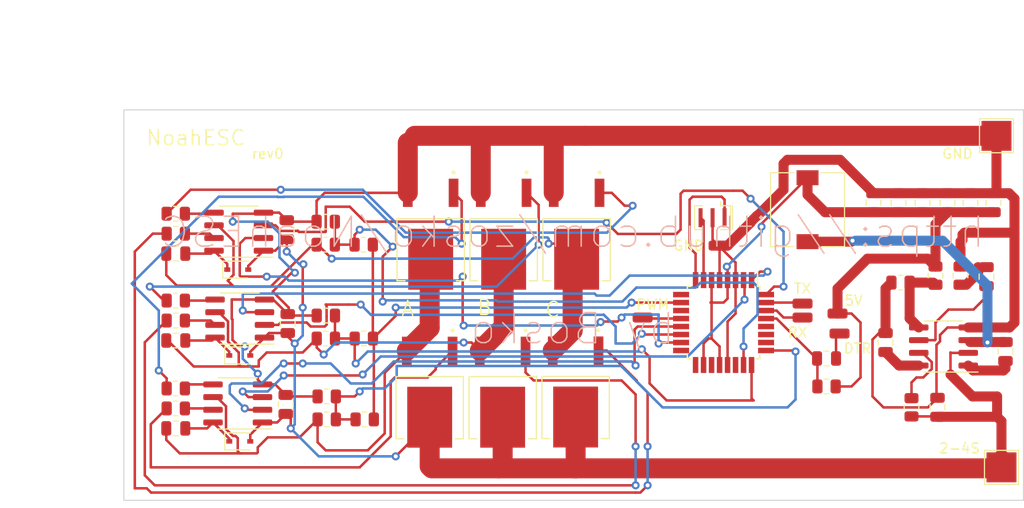
<source format=kicad_pcb>
(kicad_pcb (version 20211014) (generator pcbnew)
  (layers (0 "F.Cu" signal) (31 "B.Cu" signal) (34 "B.Paste" user) (35 "F.Paste" user) (36 "B.SilkS" user "B.Silkscreen") (37 "F.SilkS" user "F.Silkscreen") (38 "B.Mask" user) (39 "F.Mask" user) (44 "Edge.Cuts" user))
  (net 0 "")
  (net 1 "GND")
  (net 2 "12V")
  (net 3 "Net-(C4-Pad1)")
  (net 4 "PHASE_A")
  (net 5 "Net-(C5-Pad1)")
  (net 6 "PHASE_B")
  (net 7 "Net-(C6-Pad1)")
  (net 8 "PHASE_C")
  (net 9 "Net-(C7-Pad2)")
  (net 10 "Net-(C8-Pad1)")
  (net 11 "Net-(C8-Pad2)")
  (net 12 "Net-(C10-Pad1)")
  (net 13 "Net-(C10-Pad2)")
  (net 14 "5V")
  (net 15 "RESET")
  (net 16 "DTR")
  (net 17 "PWM_IN")
  (net 18 "TX")
  (net 19 "RX")
  (net 20 "Net-(Q1-Pad1)")
  (net 21 "Net-(Q2-Pad1)")
  (net 22 "Net-(Q5-Pad1)")
  (net 23 "Net-(Q6-Pad1)")
  (net 24 "Net-(R1-Pad1)")
  (net 25 "Net-(R2-Pad1)")
  (net 26 "Net-(R3-Pad1)")
  (net 27 "Net-(R4-Pad1)")
  (net 28 "Net-(R5-Pad1)")
  (net 29 "Net-(R6-Pad1)")
  (net 30 "D6")
  (net 31 "A2")
  (net 32 "A1")
  (net 33 "A0")
  (net 34 "Net-(R11-Pad2)")
  (net 35 "Net-(R18-Pad2)")
  (net 36 "AH")
  (net 37 "AL")
  (net 38 "BH")
  (net 39 "BL")
  (net 40 "CH")
  (net 41 "CL")
  (net 42 "XTAL1")
  (net 43 "XTAL2")
  (net 53 "Net-(Q3-Pad1)")
  (net 54 "Net-(Q4-Pad1)")
  (footprint "Connector_Wire:SolderWirePad_1x01_SMD_1x2mm" (layer "F.Cu") (at 143.6 123.5 90)
    (fp_text reference "J10" hide)
    (fp_text value "GND")
  )
  (footprint "Capacitor_SMD:C_0805_2012Metric" (layer "F.Cu") (at 166.5 119.2 -90)
    (fp_text reference "C14" hide)
    (fp_text value "22uF")
  )
  (footprint "Capacitor_SMD:C_0805_2012Metric" (layer "F.Cu") (at 168.8 119.2 -90)
    (fp_text reference "C12" hide)
    (fp_text value "22uF")
  )
  (footprint "IRLR7843TRPBF:TO229P990X239-3_4N" (layer "F.Cu") (at 129.4 124.859 -90)
    (fp_text reference "Q6" hide)
    (fp_text value "IRLR7843TRPBF")
  )
  (footprint "Resistor_SMD:R_0805_2012Metric" (layer "F.Cu") (at 104.3 121.1 180)
    (fp_text reference "R14" hide)
    (fp_text value "10K")
  )
  (footprint "Connector_Wire:SolderWirePad_1x01_SMD_1x2mm" (layer "F.Cu") (at 155.7 132.3 90)
    (fp_text reference "J7" hide)
    (fp_text value "DTR")
  )
  (footprint "IRLR7843TRPBF:TO229P990X239-3_4N" (layer "F.Cu") (at 114.7 140.6795 -90)
    (fp_text reference "Q1" hide)
    (fp_text value "IRLR7843TRPBF")
  )
  (footprint "Resistor_SMD:R_0805_2012Metric" (layer "F.Cu") (at 104.4 140.9 180)
    (fp_text reference "R15" hide)
    (fp_text value "33K")
  )
  (footprint "Resistor_SMD:R_0805_2012Metric" (layer "F.Cu") (at 162.9 139.6875 90)
    (fp_text reference "R11" hide)
    (fp_text value "100K")
  )
  (footprint "TestPoint:TestPoint_Pad_3.0x3.0mm" (layer "F.Cu") (at 171.4 112.5 180)
    (fp_text reference "J3" hide)
    (fp_text value "GND")
  )
  (footprint "Resistor_SMD:R_0805_2012Metric" (layer "F.Cu") (at 104.3125 132.8 180)
    (fp_text reference "R16" hide)
    (fp_text value "33K")
  )
  (footprint "Capacitor_SMD:C_0805_2012Metric" (layer "F.Cu") (at 100.5 131.3 -90)
    (fp_text reference "C2" hide)
    (fp_text value "10uF")
  )
  (footprint "TestPoint:TestPoint_Pad_3.0x3.0mm" (layer "F.Cu") (at 171.9 145.7 180)
    (fp_text reference "J2" hide)
    (fp_text value "12V")
  )
  (footprint "Capacitor_SMD:C_0805_2012Metric" (layer "F.Cu") (at 100.4 121.9 -90)
    (fp_text reference "C3" hide)
    (fp_text value "10uF")
  )
  (footprint "Diode_SMD:D_SOD-323" (layer "F.Cu") (at 95.7 143.1)
    (fp_text reference "D1" hide)
    (fp_text value "1N4148WS")
  )
  (footprint "IRLR7843TRPBF:TO229P990X239-3_4N" (layer "F.Cu") (at 122 140.6795 -90)
    (fp_text reference "Q3" hide)
    (fp_text value "IRLR7843TRPBF")
  )
  (footprint "Capacitor_SMD:C_0805_2012Metric" (layer "F.Cu") (at 171.1 119.2 -90)
    (fp_text reference "C11" hide)
    (fp_text value "22uF")
  )
  (footprint "Resistor_SMD:R_0805_2012Metric" (layer "F.Cu") (at 89.3 139.8 180)
    (fp_text reference "R1" hide)
    (fp_text value "100")
  )
  (footprint "Resistor_SMD:R_0805_2012Metric" (layer "F.Cu") (at 104.4 138.6 180)
    (fp_text reference "R12" hide)
    (fp_text value "10K")
  )
  (footprint "Resistor_SMD:R_0805_2012Metric" (layer "F.Cu") (at 89.3 131 180)
    (fp_text reference "R3" hide)
    (fp_text value "100")
  )
  (footprint "Resistor_SMD:R_0805_2012Metric" (layer "F.Cu") (at 167.8 126.5 -90)
    (fp_text reference "R7" hide)
    (fp_text value "6.8K")
  )
  (footprint "IRLR7843TRPBF:TO229P990X239-3_4N" (layer "F.Cu") (at 114.8 124.859 -90)
    (fp_text reference "Q2" hide)
    (fp_text value "IRLR7843TRPBF")
  )
  (footprint "Package_SO:SOIC-8_3.9x4.9mm_P1.27mm" (layer "F.Cu") (at 95.5 139.3 180)
    (fp_text reference "U1" hide)
    (fp_text value "IR2101")
  )
  (footprint "Crystal:Resonator_SMD_Murata_CSTxExxV-3Pin_3.0x1.1mm" (layer "F.Cu") (at 143 120.7 180)
    (fp_text reference "Y1" hide)
    (fp_text value "16Mhz")
  )
  (footprint "Resistor_SMD:R_0805_2012Metric" (layer "F.Cu") (at 108.1 123.4 180)
    (fp_text reference "R10" hide)
    (fp_text value "33K")
  )
  (footprint "IRLR7843TRPBF:TO229P990X239-3_4N" (layer "F.Cu") (at 129.3 140.659 -90)
    (fp_text reference "Q5" hide)
    (fp_text value "IRLR7843TRPBF")
  )
  (footprint "Resistor_SMD:R_0805_2012Metric" (layer "F.Cu") (at 104.3125 130.5 180)
    (fp_text reference "R13" hide)
    (fp_text value "10K")
  )
  (footprint "Resistor_SMD:R_0805_2012Metric" (layer "F.Cu") (at 89.3 129 180)
    (fp_text reference "R4" hide)
    (fp_text value "100")
  )
  (footprint "Connector_Wire:SolderWirePad_1x01_SMD_1x2mm" (layer "F.Cu") (at 152 129.3 90)
    (fp_text reference "J8" hide)
    (fp_text value "TX")
  )
  (footprint "Resistor_SMD:R_0805_2012Metric" (layer "F.Cu") (at 165.3 126.5 -90)
    (fp_text reference "R19" hide)
    (fp_text value "44.2K")
  )
  (footprint "Package_SO:SOIC-8_3.9x4.9mm_P1.27mm" (layer "F.Cu") (at 95.7 130.8 180)
    (fp_text reference "U2" hide)
    (fp_text value "IR2101")
  )
  (footprint "Capacitor_SMD:C_0805_2012Metric" (layer "F.Cu") (at 165.5 139.6875 90)
    (fp_text reference "C9" hide)
    (fp_text value "10uF")
  )
  (footprint "Resistor_SMD:R_0805_2012Metric" (layer "F.Cu") (at 154.4 137.6)
    (fp_text reference "R20" hide)
    (fp_text value "10K")
  )
  (footprint "Package_SO:SOIC-8_3.9x4.9mm_P1.27mm" (layer "F.Cu") (at 95.6 122.1 180)
    (fp_text reference "U3" hide)
    (fp_text value "IR2101")
  )
  (footprint "Inductor_SMD:L_7.3x7.3_H3.5" (layer "F.Cu") (at 152.5 119.9 90)
    (fp_text reference "L1" hide)
    (fp_text value "10uH")
  )
  (footprint "Resistor_SMD:R_0805_2012Metric" (layer "F.Cu") (at 89.3 137.8 180)
    (fp_text reference "R5" hide)
    (fp_text value "100")
  )
  (footprint "Capacitor_SMD:C_0805_2012Metric" (layer "F.Cu") (at 159.1 119.2 -90)
    (fp_text reference "C16" hide)
    (fp_text value "22uF")
  )
  (footprint "Capacitor_SMD:C_0805_2012Metric" (layer "F.Cu") (at 160.3 133.2 -90)
    (fp_text reference "C7" hide)
    (fp_text value "100nF")
  )
  (footprint "Capacitor_SMD:C_0805_2012Metric" (layer "F.Cu") (at 170.4 126.6 -90)
    (fp_text reference "C8" hide)
    (fp_text value "3.9nF")
  )
  (footprint "Resistor_SMD:R_0805_2012Metric" (layer "F.Cu") (at 108.1125 132.8 180)
    (fp_text reference "R9" hide)
    (fp_text value "33K")
  )
  (footprint "Resistor_SMD:R_0805_2012Metric" (layer "F.Cu") (at 161.8 127.2)
    (fp_text reference "R18" hide)
    (fp_text value "10K")
  )
  (footprint "Diode_SMD:D_SOD-323" (layer "F.Cu") (at 95.5 125.9)
    (fp_text reference "D3" hide)
    (fp_text value "1N4148WS")
  )
  (footprint "Capacitor_SMD:C_0805_2012Metric" (layer "F.Cu") (at 164 119.2 -90)
    (fp_text reference "C13" hide)
    (fp_text value "22uF")
  )
  (footprint "Resistor_SMD:R_0805_2012Metric" (layer "F.Cu") (at 89.3 120.3 180)
    (fp_text reference "R6" hide)
    (fp_text value "100")
  )
  (footprint "Capacitor_SMD:C_0805_2012Metric" (layer "F.Cu") (at 89.3 141.8 180)
    (fp_text reference "C4" hide)
    (fp_text value "2.2uF")
  )
  (footprint "Diode_SMD:D_SOD-323" (layer "F.Cu") (at 95.7 134.5)
    (fp_text reference "D2" hide)
    (fp_text value "1N4148WS")
  )
  (footprint "Connector_Wire:SolderWirePad_1x01_SMD_1x2mm" (layer "F.Cu") (at 136 130.7 -90)
    (fp_text reference "J12" hide)
    (fp_text value "PWM_IN")
  )
  (footprint "Package_QFP:TQFP-32_7x7mm_P0.8mm" (layer "F.Cu") (at 144.1 131.2 -90)
    (fp_text reference "U5" hide)
    (fp_text value "ATmega328")
  )
  (footprint "Capacitor_SMD:C_0805_2012Metric" (layer "F.Cu") (at 89.3 133 180)
    (fp_text reference "C5" hide)
    (fp_text value "2.2uF")
  )
  (footprint "Resistor_SMD:R_0805_2012Metric" (layer "F.Cu") (at 104.3 123.4 180)
    (fp_text reference "R17" hide)
    (fp_text value "33K")
  )
  (footprint "Capacitor_SMD:C_0805_2012Metric" (layer "F.Cu") (at 89.3 124.3 180)
    (fp_text reference "C6" hide)
    (fp_text value "2.2uF")
  )
  (footprint "Connector_Wire:SolderWirePad_1x01_SMD_1x2mm" (layer "F.Cu") (at 152 130.7 90)
    (fp_text reference "J9" hide)
    (fp_text value "RX")
  )
  (footprint "Connector_Wire:SolderWirePad_1x01_SMD_1x2mm" (layer "F.Cu") (at 155.5 130.3 -90)
    (fp_text reference "J1" hide)
    (fp_text value "5V")
  )
  (footprint "Capacitor_SMD:C_0805_2012Metric" (layer "F.Cu") (at 100.3 139.4 -90)
    (fp_text reference "C1" hide)
    (fp_text value "10uF")
  )
  (footprint "Resistor_SMD:R_0805_2012Metric" (layer "F.Cu") (at 89.3 122.3 180)
    (fp_text reference "R2" hide)
    (fp_text value "100")
  )
  (footprint "Resistor_SMD:R_0805_2012Metric" (layer "F.Cu") (at 108.2 140.9 180)
    (fp_text reference "R8" hide)
    (fp_text value "33K")
  )
  (footprint "Capacitor_SMD:C_0805_2012Metric" (layer "F.Cu") (at 154.4 134.8)
    (fp_text reference "C17" hide)
    (fp_text value "1nF")
  )
  (footprint "Capacitor_SMD:C_0805_2012Metric" (layer "F.Cu") (at 172.3 134.1 -90)
    (fp_text reference "C10" hide)
    (fp_text value "10nF")
  )
  (footprint "Package_SO:SOIC-8_3.9x4.9mm_P1.27mm" (layer "F.Cu") (at 166.1 133.6 180)
    (fp_text reference "U4" hide)
    (fp_text value "MP2303ADN")
  )
  (footprint "Capacitor_SMD:C_0805_2012Metric" (layer "F.Cu") (at 161.6 119.2 -90)
    (fp_text reference "C15" hide)
    (fp_text value "22uF")
  )
  (footprint "IRLR7843TRPBF:TO229P990X239-3_4N" (layer "F.Cu") (at 122.1 124.859 -90)
    (fp_text reference "Q4" hide)
    (fp_text value "IRLR7843TRPBF")
  )
  (gr_rect (start 84.1 109.9) (end 174.1 149) (layer "Edge.Cuts") (width 0.1) (fill none))
  (gr_text "https://github.com/zosko/NoahESC\n\nby Bosko" (at 129 127) (layer "B.SilkS") (effects (font (size 3 3)) (justify mirror)))
  (gr_text "GND" (at 140.6 123.5) (layer "F.SilkS") (effects (font (size 1 1))))
  (gr_text "GND" (at 167.5 114.3) (layer "F.SilkS") (effects (font (size 1 1))))
  (gr_text "5V" (at 157.1 129) (layer "F.SilkS") (effects (font (size 1 1))))
  (gr_text "C" (at 127 129.9) (layer "F.SilkS") (effects (font (size 1.5 1.5))))
  (gr_text "B" (at 120.2 129.7) (layer "F.SilkS") (effects (font (size 1.5 1.5))))
  (gr_text "NoahESC" (at 91.3 112.7) (layer "F.SilkS") (effects (font (size 1.5 1.5))))
  (gr_text "rev0" (at 98.5 114.3) (layer "F.SilkS") (effects (font (size 1 1))))
  (gr_text "TX" (at 152 127.8) (layer "F.SilkS") (effects (font (size 1 1))))
  (gr_text "A" (at 112.5 129.8) (layer "F.SilkS") (effects (font (size 1.5 1.5))))
  (gr_text "PWM" (at 137 129.4) (layer "F.SilkS") (effects (font (size 1 1))))
  (gr_text "DTR" (at 157.5 133.8) (layer "F.SilkS") (effects (font (size 1 1))))
  (gr_text "2-4S" (at 167.7 143.8) (layer "F.SilkS") (effects (font (size 1 1))))
  (gr_text "RX" (at 151.5 132.2) (layer "F.SilkS") (effects (font (size 1 1))))
  (segment (start 167.8 123.1) (end 167.8 125.5875) (width 1) (layer "F.Cu") (net 1))
  (segment (start 100.65 130.5) (end 100.5 130.35) (width 0.25) (layer "F.Cu") (net 1))
  (segment (start 127.11 112.89) (end 127.5 112.5) (width 0.25) (layer "F.Cu") (net 1))
  (segment (start 172.65 118.25) (end 173.2 118.8) (width 1) (layer "F.Cu") (net 1))
  (segment (start 99.645 120.195) (end 100.4 120.95) (width 0.25) (layer "F.Cu") (net 1))
  (segment (start 94.975 130.901853) (end 94.9 130.826853) (width 0.25) (layer "F.Cu") (net 1))
  (segment (start 155.75 114.9) (end 159.1 118.25) (width 1) (layer "F.Cu") (net 1))
  (segment (start 119.81 118.209) (end 119.81 112.81) (width 2) (layer "F.Cu") (net 1))
  (segment (start 94.9 128.9) (end 94.905 128.895) (width 0.25) (layer "F.Cu") (net 1))
  (segment (start 159.1 118.25) (end 161.6 118.25) (width 1) (layer "F.Cu") (net 1))
  (segment (start 171.4 112.5) (end 171.4 117.95) (width 1) (layer "F.Cu") (net 1))
  (segment (start 95 121.1) (end 95 120.3) (width 0.25) (layer "F.Cu") (net 1))
  (segment (start 160.3 132.25) (end 160.3 127.7875) (width 1) (layer "F.Cu") (net 1))
  (segment (start 100.45 138.6) (end 100.3 138.45) (width 0.25) (layer "F.Cu") (net 1))
  (segment (start 94.9 130.826853) (end 94.9 128.9) (width 0.25) (layer "F.Cu") (net 1))
  (segment (start 147.444365 120.5) (end 147.5 120.5) (width 1) (layer "F.Cu") (net 1))
  (segment (start 104.191 118.209) (end 103.3875 119.0125) (width 0.25) (layer "F.Cu") (net 1))
  (segment (start 172.705 131.695) (end 173.2 131.2) (width 1) (layer "F.Cu") (net 1))
  (segment (start 159 138.6) (end 160.1 139.7) (width 0.25) (layer "F.Cu") (net 1))
  (segment (start 143.6 123.5) (end 144.5 123.5) (width 1) (layer "F.Cu") (net 1))
  (segment (start 160.3 132.25) (end 159.65 132.25) (width 0.25) (layer "F.Cu") (net 1))
  (segment (start 95.636396 133.6) (end 94.975 132.938604) (width 0.25) (layer "F.Cu") (net 1))
  (segment (start 165.4 138.6375) (end 165.4 133.436396) (width 0.25) (layer "F.Cu") (net 1))
  (segment (start 145.3 130.3) (end 145.3 126.95) (width 0.25) (layer "F.Cu") (net 1))
  (segment (start 95 120.3) (end 97.97 120.3) (width 0.25) (layer "F.Cu") (net 1))
  (segment (start 166.505 131.695) (end 168.575 131.695) (width 0.25) (layer "F.Cu") (net 1))
  (segment (start 146.8 121.144365) (end 147.444365 120.5) (width 1) (layer "F.Cu") (net 1))
  (segment (start 130.3 112.5) (end 119.5 112.5) (width 2) (layer "F.Cu") (net 1))
  (segment (start 164 118.25) (end 166.5 118.25) (width 1) (layer "F.Cu") (net 1))
  (segment (start 145.3 125.2) (end 143.6 123.5) (width 0.25) (layer "F.Cu") (net 1))
  (segment (start 165.75 132.45) (end 166.505 131.695) (width 0.25) (layer "F.Cu") (net 1))
  (segment (start 147.5 120.5) (end 150.1 117.9) (width 1) (layer "F.Cu") (net 1))
  (segment (start 143 122.9) (end 143.6 123.5) (width 0.25) (layer "F.Cu") (net 1))
  (segment (start 173.2 118.8) (end 173.2 122.2) (width 1) (layer "F.Cu") (net 1))
  (segment (start 144.5 135.45) (end 144.5 131.1) (width 0.25) (layer "F.Cu") (net 1))
  (segment (start 146.8 121.2) (end 146.8 121.144365) (width 1) (layer "F.Cu") (net 1))
  (segment (start 159 132.9) (end 159 138.6) (width 0.25) (layer "F.Cu") (net 1))
  (segment (start 130.2 112.5) (end 171.4 112.5) (width 2) (layer "F.Cu") (net 1))
  (segment (start 168.2 122.2) (end 168 122.4) (width 1) (layer "F.Cu") (net 1))
  (segment (start 168 122.4) (end 168 122.9) (width 1) (layer "F.Cu") (net 1))
  (segment (start 103.4 130.5) (end 100.65 130.5) (width 0.25) (layer "F.Cu") (net 1))
  (segment (start 150.5 114.9) (end 155.75 114.9) (width 1) (layer "F.Cu") (net 1))
  (segment (start 143.7 123.6) (end 143.6 123.5) (width 0.25) (layer "F.Cu") (net 1))
  (segment (start 94.905 128.895) (end 98.175 128.895) (width 0.25) (layer "F.Cu") (net 1))
  (segment (start 99.245 137.395) (end 97.975 137.395) (width 0.25) (layer "F.Cu") (net 1))
  (segment (start 94.975 132.938604) (end 94.975 130.901853) (width 0.25) (layer "F.Cu") (net 1))
  (segment (start 145.3 126.95) (end 145.3 125.2) (width 0.25) (layer "F.Cu") (net 1))
  (segment (start 97.5 136.3245) (end 97.5 136.92) (width 0.25) (layer "F.Cu") (net 1))
  (segment (start 150.1 117.9) (end 150.1 115.3) (width 1) (layer "F.Cu") (net 1))
  (segment (start 144.5 131.1) (end 145.3 130.3) (width 0.25) (layer "F.Cu") (net 1))
  (segment (start 100.887701 126.212299) (end 99 128.1) (width 0.25) (layer "F.Cu") (net 1))
  (segment (start 100.6 130.25) (end 100.5 130.35) (width 0.25) (layer "F.Cu") (net 1))
  (segment (start 165.5 138.7375) (end 165.4 138.6375) (width 0.25) (layer "F.Cu") (net 1))
  (segment (start 113.2 112.5) (end 112.51 113.19) (width 0.25) (layer "F.Cu") (net 1))
  (segment (start 100.55 121.1) (end 100.4 120.95) (width 0.25) (layer "F.Cu") (net 1))
  (segment (start 119.81 112.81) (end 119.5 112.5) (width 0.25) (layer "F.Cu") (net 1))
  (segment (start 98.075 120.195) (end 99.645 120.195) (width 0.25) (layer "F.Cu") (net 1))
  (segment (start 99.045 128.895) (end 100.5 130.35) (width 0.25) (layer "F.Cu") (net 1))
  (segment (start 164 118.25) (end 161.6 118.25) (width 1) (layer "F.Cu") (net 1))
  (segment (start 165.75 133.086396) (end 165.75 132.45) (width 0.25) (layer "F.Cu") (net 1))
  (segment (start 150.1 115.3) (end 150.5 114.9) (width 1) (layer "F.Cu") (net 1))
  (segment (start 112.51 118.209) (end 104.191 118.209) (width 0.25) (layer "F.Cu") (net 1))
  (segment (start 100.3 138.45) (end 99.245 137.395) (width 0.25) (layer "F.Cu") (net 1))
  (segment (start 119.5 112.5) (end 113.2 112.5) (width 2) (layer "F.Cu") (net 1))
  (segment (start 164.5375 139.7) (end 165.5 138.7375) (width 0.25) (layer "F.Cu") (net 1))
  (segment (start 103.4875 138.6) (end 100.45 138.6) (width 0.25) (layer "F.Cu") (net 1))
  (segment (start 173.2 122.2) (end 168.2 122.2) (width 1) (layer "F.Cu") (net 1))
  (segment (start 103.3875 121.1) (end 100.55 121.1) (width 0.25) (layer "F.Cu") (net 1))
  (segment (start 96.2 133.6) (end 95.636396 133.6) (width 0.25) (layer "F.Cu") (net 1))
  (segment (start 159.65 132.25) (end 159 132.9) (width 0.25) (layer "F.Cu") (net 1))
  (segment (start 160.1 139.7) (end 164.5375 139.7) (width 0.25) (layer "F.Cu") (net 1))
  (segment (start 144.5 123.5) (end 146.8 121.2) (width 1) (layer "F.Cu") (net 1))
  (segment (start 168.575 131.695) (end 172.705 131.695) (width 1) (layer "F.Cu") (net 1))
  (segment (start 171.1 118.25) (end 168.8 118.25) (width 1) (layer "F.Cu") (net 1))
  (segment (start 97.5 136.92) (end 97.975 137.395) (width 0.25) (layer "F.Cu") (net 1))
  (segment (start 143.7 126.95) (end 143.7 123.6) (width 0.25) (layer "F.Cu") (net 1))
  (segment (start 143 120.7) (end 143 122.9) (width 0.25) (layer "F.Cu") (net 1))
  (segment (start 97.97 120.3) (end 98.075 120.195) (width 0.25) (layer "F.Cu") (net 1))
  (segment (start 127.11 118.209) (end 127.11 112.89) (width 2) (layer "F.Cu") (net 1))
  (segment (start 101.212299 126.212299) (end 100.887701 126.212299) (width 0.25) (layer "F.Cu") (net 1))
  (segment (start 112.51 113.19) (end 112.51 118.209) (width 2) (layer "F.Cu") (net 1))
  (segment (start 99 128.1) (end 100.6 129.7) (width 0.25) (layer "F.Cu") (net 1))
  (segment (start 103.3875 119.0125) (end 103.3875 121.1) (width 0.25) (layer "F.Cu") (net 1))
  (segment (start 160.3 127.7875) (end 160.8875 127.2) (width 1) (layer "F.Cu") (net 1))
  (segment (start 171.4 117.95) (end 171.1 118.25) (width 0.25) (layer "F.Cu") (net 1))
  (segment (start 168 122.9) (end 167.8 123.1) (width 1) (layer "F.Cu") (net 1))
  (segment (start 171.1 118.25) (end 172.65 118.25) (width 1) (layer "F.Cu") (net 1))
  (segment (start 98.175 128.895) (end 99.045 128.895) (width 0.25) (layer "F.Cu") (net 1))
  (segment (start 173.2 131.2) (end 173.2 122.2) (width 1) (layer "F.Cu") (net 1))
  (segment (start 165.4 133.436396) (end 165.75 133.086396) (width 0.25) (layer "F.Cu") (net 1))
  (segment (start 100.6 129.7) (end 100.6 130.25) (width 0.25) (layer "F.Cu") (net 1))
  (segment (start 166.5 118.25) (end 168.8 118.25) (width 1) (layer "F.Cu") (net 1))
  (via (at 101.212299 126.212299) (size 0.8) (drill 0.4) (layers "F.Cu" "B.Cu") (net 1))
  (via (at 95 121.1) (size 0.8) (drill 0.4) (layers "F.Cu" "B.Cu") (net 1))
  (via (at 96.2 133.6) (size 0.8) (drill 0.4) (layers "F.Cu" "B.Cu") (net 1))
  (via (at 97.5 136.3245) (size 0.8) (drill 0.4) (layers "F.Cu" "B.Cu") (net 1))
  (segment (start 96.2 133.6) (end 96 133.8) (width 0.25) (layer "B.Cu") (net 1))
  (segment (start 96 133.8) (end 96 134.8245) (width 0.25) (layer "B.Cu") (net 1))
  (segment (start 99.675 124.675) (end 99.675 122.275) (width 0.25) (layer "B.Cu") (net 1))
  (segment (start 101.212299 126.212299) (end 99.675 124.675) (width 0.25) (layer "B.Cu") (net 1))
  (segment (start 98.5 121.1) (end 95 121.1) (width 0.25) (layer "B.Cu") (net 1))
  (segment (start 99.675 122.275) (end 98.5 121.1) (width 0.25) (layer "B.Cu") (net 1))
  (segment (start 96 134.8245) (end 97.5 136.3245) (width 0.25) (layer "B.Cu") (net 1))
  (segment (start 168.575 134.235) (end 166.835 134.235) (width 0.25) (layer "F.Cu") (net 2))
  (segment (start 171.9 141.075) (end 171.9 145) (width 1) (layer "F.Cu") (net 2))
  (segment (start 122 140.6795) (end 122 145.4) (width 2) (layer "F.Cu") (net 2))
  (segment (start 114.7 141.2) (end 111.3 144.6) (width 0.25) (layer "F.Cu") (net 2))
  (segment (start 169 138.6) (end 171.4625 138.6) (width 1) (layer "F.Cu") (net 2))
  (segment (start 171.4625 140.6375) (end 165.5 140.6375) (width 1) (layer "F.Cu") (net 2))
  (segment (start 100.3 140.35) (end 99.445 141.205) (width 0.25) (layer "F.Cu") (net 2))
  (segment (start 96.75 143.1) (end 96.75 142.43) (width 0.25) (layer "F.Cu") (net 2))
  (segment (start 114.7 140.6795) (end 114.7 141.2) (width 0.25) (layer "F.Cu") (net 2))
  (segment (start 96.55 125.53) (end 98.075 124.005) (width 0.25) (layer "F.Cu") (net 2))
  (segment (start 100.4 122.85) (end 99.245 124.005) (width 0.25) (layer "F.Cu") (net 2))
  (segment (start 96.75 134.13) (end 98.175 132.705) (width 0.25) (layer "F.Cu") (net 2))
  (segment (start 166.8 134.2) (end 166.8 136.4) (width 0.25) (layer "F.Cu") (net 2))
  (segment (start 96.55 125.9) (end 96.55 125.53) (width 0.25) (layer "F.Cu") (net 2))
  (segment (start 99.445 141.205) (end 97.975 141.205) (width 0.25) (layer "F.Cu") (net 2))
  (segment (start 122 145.4) (end 121.6 145.8) (width 0.25) (layer "F.Cu") (net 2))
  (segment (start 166.835 134.235) (end 166.8 134.2) (width 0.25) (layer "F.Cu") (net 2))
  (segment (start 100.8 141.8) (end 100.8 140.85) (width 0.25) (layer "F.Cu") (net 2))
  (segment (start 129.3 140.659) (end 129.3 145.8) (width 2) (layer "F.Cu") (net 2))
  (segment (start 171.1 145.8) (end 171.9 145) (width 2) (layer "F.Cu") (net 2))
  (segment (start 100.8 140.85) (end 100.3 140.35) (width 0.25) (layer "F.Cu") (net 2))
  (segment (start 99.245 124.005) (end 98.075 124.005) (width 0.25) (layer "F.Cu") (net 2))
  (segment (start 129.3 145.8) (end 171.1 145.8) (width 2) (layer "F.Cu") (net 2))
  (segment (start 114.7 145.6) (end 114.9 145.8) (width 0.25) (layer "F.Cu") (net 2))
  (segment (start 171.4625 138.6) (end 171.4625 140.6375) (width 1) (layer "F.Cu") (net 2))
  (segment (start 166.8 136.4) (end 169 138.6) (width 1) (layer "F.Cu") (net 2))
  (segment (start 100.5 132.25) (end 100.5 132.6) (width 0.25) (layer "F.Cu") (net 2))
  (segment (start 114.9 145.8) (end 121.6 145.8) (width 2) (layer "F.Cu") (net 2))
  (segment (start 96.75 134.5) (end 96.75 134.13) (width 0.25) (layer "F.Cu") (net 2))
  (segment (start 121.6 145.8) (end 129.3 145.8) (width 2) (layer "F.Cu") (net 2))
  (segment (start 165.4625 140.6) (end 165.5 140.6375) (width 0.25) (layer "F.Cu") (net 2))
  (segment (start 102.062299 125.362299) (end 102 125.424598) (width 0.25) (layer "F.Cu") (net 2))
  (segment (start 162.9 140.6) (end 165.4625 140.6) (width 0.25) (layer "F.Cu") (net 2))
  (segment (start 100.5 132.25) (end 98.63 132.25) (width 0.25) (layer "F.Cu") (net 2))
  (segment (start 100.5 132.6) (end 101.2 133.3) (width 0.25) (layer "F.Cu") (net 2))
  (segment (start 171.4625 140.6375) (end 171.9 141.075) (width 1) (layer "F.Cu") (net 2))
  (segment (start 102 125.424598) (end 102 129.7) (width 0.25) (layer "F.Cu") (net 2))
  (segment (start 98.63 132.25) (end 98.175 132.705) (width 0.25) (layer "F.Cu") (net 2))
  (segment (start 100.4 122.85) (end 100.4 124.1) (width 0.25) (layer "F.Cu") (net 2))
  (segment (start 114.7 140.6795) (end 114.7 145.6) (width 2) (layer "F.Cu") (net 2))
  (segment (start 96.75 142.43) (end 97.975 141.205) (width 0.25) (layer "F.Cu") (net 2))
  (via (at 101.2 133.3) (size 0.8) (drill 0.4) (layers "F.Cu" "B.Cu") (net 2))
  (via (at 102.062299 125.362299) (size 0.8) (drill 0.4) (layers "F.Cu" "B.Cu") (net 2))
  (via (at 100.8 141.8) (size 0.8) (drill 0.4) (layers "F.Cu" "B.Cu") (net 2))
  (via (at 102 129.7) (size 0.8) (drill 0.4) (layers "F.Cu" "B.Cu") (net 2))
  (via (at 100.4 124.1) (size 0.8) (drill 0.4) (layers "F.Cu" "B.Cu") (net 2))
  (via (at 111.3 144.6) (size 0.8) (drill 0.4) (layers "F.Cu" "B.Cu") (net 2))
  (segment (start 102.062299 125.362299) (end 101.662299 125.362299) (width 0.25) (layer "B.Cu") (net 2))
  (segment (start 103.6 144.6) (end 100.8 141.8) (width 0.25) (layer "B.Cu") (net 2))
  (segment (start 101.2 141.4) (end 100.8 141.8) (width 0.25) (layer "B.Cu") (net 2))
  (segment (start 101.662299 125.362299) (end 100.4 124.1) (width 0.25) (layer "B.Cu") (net 2))
  (segment (start 102 132.5) (end 101.2 133.3) (width 0.25) (layer "B.Cu") (net 2))
  (segment (start 101.2 133.3) (end 101.2 141.4) (width 0.25) (layer "B.Cu") (net 2))
  (segment (start 102 129.7) (end 102 132.5) (width 0.25) (layer "B.Cu") (net 2))
  (segment (start 111.3 144.6) (end 103.6 144.6) (width 0.25) (layer "B.Cu") (net 2))
  (segment (start 94.65 143.1) (end 94.65 142.83) (width 0.25) (layer "F.Cu") (net 3))
  (segment (start 92.43 141.8) (end 93.025 141.205) (width 0.25) (layer "F.Cu") (net 3))
  (segment (start 90.25 141.8) (end 92.43 141.8) (width 0.25) (layer "F.Cu") (net 3))
  (segment (start 94.65 142.83) (end 93.025 141.205) (width 0.25) (layer "F.Cu") (net 3))
  (segment (start 95.5 144.1) (end 95.5 142.775) (width 0.25) (layer "F.Cu") (net 4))
  (segment (start 101.6875 142.7) (end 98.5 142.7) (width 0.25) (layer "F.Cu") (net 4))
  (segment (start 110.2 142.3) (end 110.2 136.2395) (width 0.25) (layer "F.Cu") (net 4))
  (segment (start 103.4875 140.9) (end 103.4875 143.1875) (width 0.25) (layer "F.Cu") (net 4))
  (segment (start 93.401751 138.665) (end 93.025 138.665) (width 0.25) (layer "F.Cu") (net 4))
  (segment (start 97.5 144.2) (end 97.4 144.3) (width 0.25) (layer "F.Cu") (net 4))
  (segment (start 103.4875 140.9) (end 101.6875 142.7) (width 0.25) (layer "F.Cu") (net 4))
  (segment (start 95.9 144.3) (end 95.7 144.3) (width 0.25) (layer "F.Cu") (net 4))
  (segment (start 112.41 134.0295) (end 114.7 131.7395) (width 2) (layer "F.Cu") (net 4))
  (segment (start 89.7 144.3) (end 95.9 144.3) (width 0.25) (layer "F.Cu") (net 4))
  (segment (start 94.325 141.868604) (end 94.325 139.588249) (width 0.25) (layer "F.Cu") (net 4))
  (segment (start 94.325 139.588249) (end 93.401751 138.665) (width 0.25) (layer "F.Cu") (net 4))
  (segment (start 97.4 144.3) (end 95.9 144.3) (width 0.25) (layer "F.Cu") (net 4))
  (segment (start 88.35 142.95) (end 89.7 144.3) (width 0.25) (layer "F.Cu") (net 4))
  (segment (start 95.275 142.55) (end 95.006396 142.55) (width 0.25) (layer "F.Cu") (net 4))
  (segment (start 110.2 136.2395) (end 112.41 134.0295) (width 0.25) (layer "F.Cu") (net 4))
  (segment (start 114.7 124.959) (end 114.8 124.859) (width 0.25) (layer "F.Cu") (net 4))
  (segment (start 95.006396 142.55) (end 94.325 141.868604) (width 0.25) (layer "F.Cu") (net 4))
  (segment (start 97.5 143.7) (end 97.5 144.2) (width 0.25) (layer "F.Cu") (net 4))
  (segment (start 108.5 144) (end 110.2 142.3) (width 0.25) (layer "F.Cu") (net 4))
  (segment (start 98.5 142.7) (end 97.5 143.7) (width 0.25) (layer "F.Cu") (net 4))
  (segment (start 114.7 131.7395) (end 114.7 124.959) (width 2) (layer "F.Cu") (net 4))
  (segment (start 104.3 144) (end 108.5 144) (width 0.25) (layer "F.Cu") (net 4))
  (segment (start 103.4875 143.1875) (end 104.3 144) (width 0.25) (layer "F.Cu") (net 4))
  (segment (start 95.7 144.3) (end 95.5 144.1) (width 0.25) (layer "F.Cu") (net 4))
  (segment (start 95.5 142.775) (end 95.275 142.55) (width 0.25) (layer "F.Cu") (net 4))
  (segment (start 88.35 141.8) (end 88.35 142.95) (width 0.25) (layer "F.Cu") (net 4))
  (segment (start 94.65 134.13) (end 93.225 132.705) (width 0.25) (layer "F.Cu") (net 5))
  (segment (start 90.25 133) (end 92.93 133) (width 0.25) (layer "F.Cu") (net 5))
  (segment (start 92.93 133) (end 93.225 132.705) (width 0.25) (layer "F.Cu") (net 5))
  (segment (start 94.65 134.5) (end 94.65 134.13) (width 0.25) (layer "F.Cu") (net 5))
  (segment (start 118.8805 133.2) (end 119.71 134.0295) (width 0.25) (layer "F.Cu") (net 6))
  (segment (start 95.6 135.4) (end 95.6 134.2) (width 0.25) (layer "F.Cu") (net 6))
  (segment (start 88.5 133) (end 91.1 135.6) (width 0.25) (layer "F.Cu") (net 6))
  (segment (start 98.4 134.2) (end 97.6 135) (width 0.25) (layer "F.Cu") (net 6))
  (segment (start 103.4 132.8) (end 103.4 133.7) (width 0.25) (layer "F.Cu") (net 6))
  (segment (start 96.1 135.6) (end 95.8 135.6) (width 0.25) (layer "F.Cu") (net 6))
  (segment (start 91.1 135.6) (end 96.1 135.6) (width 0.25) (layer "F.Cu") (net 6))
  (segment (start 93.601751 130.165) (end 93.225 130.165) (width 0.25) (layer "F.Cu") (net 6))
  (segment (start 94.525 131.088249) (end 93.601751 130.165) (width 0.25) (layer "F.Cu") (net 6))
  (segment (start 97.6 135) (end 97.6 135.6) (width 0.25) (layer "F.Cu") (net 6))
  (segment (start 122.1 131.6395) (end 122.1 124.859) (width 2) (layer "F.Cu") (net 6))
  (segment (start 102 134.2) (end 98.4 134.2) (width 0.25) (layer "F.Cu") (net 6))
  (segment (start 118.1 133.2) (end 118.8805 133.2) (width 0.25) (layer "F.Cu") (net 6))
  (segment (start 103.4 132.8) (end 102 134.2) (width 0.25) (layer "F.Cu") (net 6))
  (segment (start 97.6 135.6) (end 96.1 135.6) (width 0.25) (layer "F.Cu") (net 6))
  (segment (start 88.35 133) (end 88.5 133) (width 0.25) (layer "F.Cu") (net 6))
  (segment (start 103.4 133.7) (end 104.1 134.4) (width 0.25) (layer "F.Cu") (net 6))
  (segment (start 94.525 133.125) (end 94.525 131.088249) (width 0.25) (layer "F.Cu") (net 6))
  (segment (start 119.71 134.0295) (end 122.1 131.6395) (width 2) (layer "F.Cu") (net 6))
  (segment (start 95.8 135.6) (end 95.6 135.4) (width 0.25) (layer "F.Cu") (net 6))
  (segment (start 95.6 134.2) (end 94.525 133.125) (width 0.25) (layer "F.Cu") (net 6))
  (via (at 104.1 134.4) (size 0.8) (drill 0.4) (layers "F.Cu" "B.Cu") (net 6))
  (via (at 118.1 133.2) (size 0.8) (drill 0.4) (layers "F.Cu" "B.Cu") (net 6))
  (segment (start 104.1 134.4) (end 105.3 133.2) (width 0.25) (layer "B.Cu") (net 6))
  (segment (start 105.3 133.2) (end 118.1 133.2) (width 0.25) (layer "B.Cu") (net 6))
  (segment (start 90.25 124.3) (end 92.83 124.3) (width 0.25) (layer "F.Cu") (net 7))
  (segment (start 94.45 125.33) (end 93.125 124.005) (width 0.25) (layer "F.Cu") (net 7))
  (segment (start 92.83 124.3) (end 93.125 124.005) (width 0.25) (layer "F.Cu") (net 7))
  (segment (start 94.45 125.9) (end 94.45 125.33) (width 0.25) (layer "F.Cu") (net 7))
  (segment (start 127.01 134.009) (end 129 132.019) (width 2) (layer "F.Cu") (net 8))
  (segment (start 98.8 127.6) (end 95.1 127.6) (width 0.25) (layer "F.Cu") (net 8))
  (segment (start 127.841 123.3) (end 129.4 124.859) (width 0.25) (layer "F.Cu") (net 8))
  (segment (start 126.6 123.3) (end 127.841 123.3) (width 0.25) (layer "F.Cu") (net 8))
  (segment (start 103.5 123.4) (end 104.9 124.8) (width 0.25) (layer "F.Cu") (net 8))
  (segment (start 93.501751 121.465) (end 93.125 121.465) (width 0.25) (layer "F.Cu") (net 8))
  (segment (start 95.1 127.6) (end 95 127.5) (width 0.25) (layer "F.Cu") (net 8))
  (segment (start 88.35 126.45) (end 89.4 127.5) (width 0.25) (layer "F.Cu") (net 8))
  (segment (start 129 125.259) (end 129.4 124.859) (width 0.25) (layer "F.Cu") (net 8))
  (segment (start 95.075 123.038249) (end 93.501751 121.465) (width 0.25) (layer "F.Cu") (net 8))
  (segment (start 88.35 124.3) (end 88.35 126.45) (width 0.25) (layer "F.Cu") (net 8))
  (segment (start 94.5 127) (end 95.075 126.425) (width 0.25) (layer "F.Cu") (net 8))
  (segment (start 103.3875 123.4) (end 103 123.4) (width 0.25) (layer "F.Cu") (net 8))
  (segment (start 129 132.019) (end 129 125.259) (width 2) (layer "F.Cu") (net 8))
  (segment (start 95 127.5) (end 94.5 127) (width 0.25) (layer "F.Cu") (net 8))
  (segment (start 103 123.4) (end 98.8 127.6) (width 0.25) (layer "F.Cu") (net 8))
  (segment (start 103.3875 123.4) (end 103.5 123.4) (width 0.25) (layer "F.Cu") (net 8))
  (segment (start 89.4 127.5) (end 95 127.5) (width 0.25) (layer "F.Cu") (net 8))
  (segment (start 95.075 126.425) (end 95.075 123.038249) (width 0.25) (layer "F.Cu") (net 8))
  (via (at 104.9 124.8) (size 0.8) (drill 0.4) (layers "F.Cu" "B.Cu") (net 8))
  (via (at 126.6 123.3) (size 0.8) (drill 0.4) (layers "F.Cu" "B.Cu") (net 8))
  (segment (start 126.6 122.8) (end 126.6 123.3) (width 0.25) (layer "B.Cu") (net 8))
  (segment (start 125.1 122.7) (end 125.125 122.675) (width 0.25) (layer "B.Cu") (net 8))
  (segment (start 125.7 122.675) (end 126.475 122.675) (width 0.25) (layer "B.Cu") (net 8))
  (segment (start 104.9 124.8) (end 123 124.8) (width 0.25) (layer "B.Cu") (net 8))
  (segment (start 126.475 122.675) (end 126.6 122.8) (width 0.25) (layer "B.Cu") (net 8))
  (segment (start 125.125 122.675) (end 125.7 122.675) (width 0.25) (layer "B.Cu") (net 8))
  (segment (start 123 124.8) (end 125.1 122.7) (width 0.25) (layer "B.Cu") (net 8))
  (segment (start 160.3 134.15) (end 161.655 135.505) (width 1) (layer "F.Cu") (net 9))
  (segment (start 161.655 135.505) (end 163.625 135.505) (width 1) (layer "F.Cu") (net 9))
  (segment (start 169.5625 126.2375) (end 168.3875 127.4125) (width 1) (layer "F.Cu") (net 10))
  (segment (start 170.4 125.65) (end 169.5625 125.65) (width 0.25) (layer "F.Cu") (net 10))
  (segment (start 168.3875 127.4125) (end 167.8 127.4125) (width 1) (layer "F.Cu") (net 10))
  (segment (start 169.5625 125.65) (end 169.5625 126.2375) (width 1) (layer "F.Cu") (net 10))
  (segment (start 166.6 129.9) (end 165.3 131.2) (width 0.25) (layer "F.Cu") (net 11))
  (segment (start 170.4 128.6) (end 169.1 129.9) (width 0.25) (layer "F.Cu") (net 11))
  (segment (start 169.1 129.9) (end 166.6 129.9) (width 0.25) (layer "F.Cu") (net 11))
  (segment (start 165.235 132.965) (end 163.625 132.965) (width 0.25) (layer "F.Cu") (net 11))
  (segment (start 170.4 127.55) (end 170.4 128.6) (width 0.25) (layer "F.Cu") (net 11))
  (segment (start 165.3 132.9) (end 165.235 132.965) (width 0.25) (layer "F.Cu") (net 11))
  (segment (start 165.3 131.2) (end 165.3 132.9) (width 0.25) (layer "F.Cu") (net 11))
  (segment (start 157 123) (end 156.9 123.1) (width 0.25) (layer "F.Cu") (net 12))
  (segment (start 168.76 133.15) (end 168.575 132.965) (width 0.25) (layer "F.Cu") (net 12))
  (segment (start 172.3 133.15) (end 168.76 133.15) (width 1) (layer "F.Cu") (net 12))
  (segment (start 156.9 123.1) (end 152.5 123.1) (width 1) (layer "F.Cu") (net 12))
  (via (at 157 123) (size 0.8) (drill 0.4) (layers "F.Cu" "B.Cu") (net 12))
  (via (at 170.5 133.2) (size 0.8) (drill 0.4) (layers "F.Cu" "B.Cu") (net 12))
  (segment (start 166 123) (end 157.3 123) (width 1) (layer "B.Cu") (net 12))
  (segment (start 170.5 133.2) (end 170.5 127.5) (width 1) (layer "B.Cu") (net 12))
  (segment (start 157.3 123) (end 157 123) (width 0.25) (layer "B.Cu") (net 12))
  (segment (start 170.5 127.5) (end 166 123) (width 1) (layer "B.Cu") (net 12))
  (segment (start 172.3 135.05) (end 172.3 135.8) (width 1) (layer "F.Cu") (net 13))
  (segment (start 172.1 136) (end 169.07 136) (width 1) (layer "F.Cu") (net 13))
  (segment (start 169.07 136) (end 168.575 135.505) (width 1) (layer "F.Cu") (net 13))
  (segment (start 172.3 135.8) (end 172.1 136) (width 1) (layer "F.Cu") (net 13))
  (segment (start 144.5 126.95) (end 144.5 128.8) (width 0.25) (layer "F.Cu") (net 14))
  (segment (start 157.8 131.2) (end 156.9 130.3) (width 0.25) (layer "F.Cu") (net 14))
  (segment (start 144.5 125.6755) (end 144.4245 125.6) (width 0.25) (layer "F.Cu") (net 14))
  (segment (start 155.5 127.8) (end 155.5 130.3) (width 1) (layer "F.Cu") (net 14))
  (segment (start 157.8 136.7) (end 157.8 131.2) (width 0.25) (layer "F.Cu") (net 14))
  (segment (start 142.6 132.8) (end 142.1 133.3) (width 0.25) (layer "F.Cu") (net 14))
  (segment (start 165.3 125.5875) (end 164.5125 124.8) (width 1) (layer "F.Cu") (net 14))
  (segment (start 142.9 129.2) (end 142.8 129.2) (width 0.25) (layer "F.Cu") (net 14))
  (segment (start 147.9 121.3) (end 152.5 116.7) (width 0.25) (layer "F.Cu") (net 14))
  (segment (start 159.1 120.15) (end 154.25 120.15) (width 1) (layer "F.Cu") (net 14))
  (segment (start 142.9 132.8) (end 142.9 129.2) (width 0.25) (layer "F.Cu") (net 14))
  (segment (start 147.9 121.6) (end 147.9 121.3) (width 0.25) (layer "F.Cu") (net 14))
  (segment (start 166.5 120.15) (end 165.3 121.35) (width 1) (layer "F.Cu") (net 14))
  (segment (start 155.3125 137.6) (end 156.9 137.6) (width 0.25) (layer "F.Cu") (net 14))
  (segment (start 142.8 129.2) (end 142.9 129.1) (width 0.25) (layer "F.Cu") (net 14))
  (segment (start 142.1 133.3) (end 142.1 135.45) (width 0.25) (layer "F.Cu") (net 14))
  (segment (start 164 120.15) (end 161.6 120.15) (width 1) (layer "F.Cu") (net 14))
  (segment (start 158.5 124.8) (end 155.5 127.8) (width 1) (layer "F.Cu") (net 14))
  (segment (start 156.9 130.3) (end 155.5 130.3) (width 0.25) (layer "F.Cu") (net 14))
  (segment (start 156.9 137.6) (end 157.8 136.7) (width 0.25) (layer "F.Cu") (net 14))
  (segment (start 144.1 129.2) (end 142.9 129.2) (width 0.25) (layer "F.Cu") (net 14))
  (segment (start 144.5 126.95) (end 144.5 125.6755) (width 0.25) (layer "F.Cu") (net 14))
  (segment (start 171.1 120.15) (end 168.8 120.15) (width 1) (layer "F.Cu") (net 14))
  (segment (start 164.5125 124.8) (end 158.5 124.8) (width 1) (layer "F.Cu") (net 14))
  (segment (start 143.7 135.45) (end 143.7 133.6) (width 0.25) (layer "F.Cu") (net 14))
  (segment (start 161.6 120.15) (end 159.1 120.15) (width 1) (layer "F.Cu") (net 14))
  (segment (start 152.5 118.4) (end 152.5 116.7) (width 1) (layer "F.Cu") (net 14))
  (segment (start 166.5 120.15) (end 164 120.15) (width 1) (layer "F.Cu") (net 14))
  (segment (start 143.7 133.6) (end 142.9 132.8) (width 0.25) (layer "F.Cu") (net 14))
  (segment (start 142.9 132.8) (end 142.6 132.8) (width 0.25) (layer "F.Cu") (net 14))
  (segment (start 168.8 120.15) (end 166.5 120.15) (width 1) (layer "F.Cu") (net 14))
  (segment (start 154.25 120.15) (end 152.5 118.4) (width 1) (layer "F.Cu") (net 14))
  (segment (start 142.9 129.1) (end 142.9 126.95) (width 0.25) (layer "F.Cu") (net 14))
  (segment (start 144.5 128.8) (end 144.1 129.2) (width 0.25) (layer "F.Cu") (net 14))
  (segment (start 165.3 121.35) (end 165.3 125.5875) (width 1) (layer "F.Cu") (net 14))
  (via (at 147.9 121.6) (size 0.8) (drill 0.4) (layers "F.Cu" "B.Cu") (net 14))
  (via (at 144.4245 125.6) (size 0.8) (drill 0.4) (layers "F.Cu" "B.Cu") (net 14))
  (segment (start 147.9 122.1245) (end 147.9 121.6) (width 0.25) (layer "B.Cu") (net 14))
  (segment (start 144.4245 125.6) (end 147.9 122.1245) (width 0.25) (layer "B.Cu") (net 14))
  (segment (start 153.4875 137.6) (end 153.4875 134.8375) (width 0.25) (layer "F.Cu") (net 15))
  (segment (start 148.35 130.8) (end 149.4 130.8) (width 0.25) (layer "F.Cu") (net 15))
  (segment (start 149.4 130.8) (end 153.4 134.8) (width 0.25) (layer "F.Cu") (net 15))
  (segment (start 153.4 134.8) (end 153.45 134.8) (width 0.25) (layer "F.Cu") (net 15))
  (segment (start 153.4875 134.8375) (end 153.45 134.8) (width 0.25) (layer "F.Cu") (net 15))
  (segment (start 155.35 132.65) (end 155.7 132.3) (width 0.25) (layer "F.Cu") (net 16))
  (segment (start 155.35 134.8) (end 155.35 132.65) (width 0.25) (layer "F.Cu") (net 16))
  (segment (start 136.1 130.8) (end 139.85 130.8) (width 0.25) (layer "F.Cu") (net 17))
  (segment (start 136 130.7) (end 136.1 130.8) (width 0.25) (layer "F.Cu") (net 17))
  (segment (start 151.9 129.2) (end 152 129.3) (width 0.25) (layer "F.Cu") (net 18))
  (segment (start 148.35 129.2) (end 151.9 129.2) (width 0.25) (layer "F.Cu") (net 18))
  (segment (start 150.1 130.7) (end 152 130.7) (width 0.25) (layer "F.Cu") (net 19))
  (segment (start 148.35 130) (end 149.4 130) (width 0.25) (layer "F.Cu") (net 19))
  (segment (start 149.4 130) (end 150.1 130.7) (width 0.25) (layer "F.Cu") (net 19))
  (segment (start 116.99 134.0295) (end 115.3 135.7195) (width 0.25) (layer "F.Cu") (net 20))
  (segment (start 107.7 145.7) (end 86.8 145.7) (width 0.25) (layer "F.Cu") (net 20))
  (segment (start 115.3 135.7195) (end 115.3 135.9) (width 0.25) (layer "F.Cu") (net 20))
  (segment (start 110.8 142.6) (end 107.7 145.7) (width 0.25) (layer "F.Cu") (net 20))
  (segment (start 114.5 136.7) (end 111.2 136.7) (width 0.25) (layer "F.Cu") (net 20))
  (segment (start 115.3 135.9) (end 114.5 136.7) (width 0.25) (layer "F.Cu") (net 20))
  (segment (start 110.8 137.1) (end 110.8 142.6) (width 0.25) (layer "F.Cu") (net 20))
  (segment (start 86.8 145.7) (end 86.8 141.3875) (width 0.25) (layer "F.Cu") (net 20))
  (segment (start 86.8 141.3875) (end 88.3875 139.8) (width 0.25) (layer "F.Cu") (net 20))
  (segment (start 111.2 136.7) (end 110.8 137.1) (width 0.25) (layer "F.Cu") (net 20))
  (segment (start 88.3875 137.8) (end 88.3875 136.7875) (width 0.25) (layer "F.Cu") (net 21))
  (segment (start 117.9 123.3) (end 117.9 119.019) (width 0.25) (layer "F.Cu") (net 21))
  (segment (start 88.3875 136.7875) (end 87.6 136) (width 0.25) (layer "F.Cu") (net 21))
  (segment (start 117.9 119.019) (end 117.09 118.209) (width 0.25) (layer "F.Cu") (net 21))
  (via (at 87.6 136) (size 0.8) (drill 0.4) (layers "F.Cu" "B.Cu") (net 21))
  (via (at 117.9 123.3) (size 0.8) (drill 0.4) (layers "F.Cu" "B.Cu") (net 21))
  (segment (start 99.499695 118.625) (end 100.100305 118.625) (width 0.25) (layer "B.Cu") (net 21))
  (segment (start 100.100305 118.625) (end 100.125305 118.6) (width 0.25) (layer "B.Cu") (net 21))
  (segment (start 99.474695 118.6) (end 99.499695 118.625) (width 0.25) (layer "B.Cu") (net 21))
  (segment (start 117.25 122.65) (end 117.9 123.3) (width 0.25) (layer "B.Cu") (net 21))
  (segment (start 100.125305 118.6) (end 108.063604 118.6) (width 0.25) (layer "B.Cu") (net 21))
  (segment (start 87.6 130) (end 84.9 127.3) (width 0.25) (layer "B.Cu") (net 21))
  (segment (start 93.6 118.6) (end 99.474695 118.6) (width 0.25) (layer "B.Cu") (net 21))
  (segment (start 84.9 127.3) (end 93.6 118.6) (width 0.25) (layer "B.Cu") (net 21))
  (segment (start 108.063604 118.6) (end 112.113604 122.65) (width 0.25) (layer "B.Cu") (net 21))
  (segment (start 87.6 136) (end 87.6 130) (width 0.25) (layer "B.Cu") (net 21))
  (segment (start 112.113604 122.65) (end 117.25 122.65) (width 0.25) (layer "B.Cu") (net 21))
  (segment (start 85.2 124.1) (end 87 122.3) (width 0.25) (layer "F.Cu") (net 22))
  (segment (start 135.3 148.225) (end 135.775 148.225) (width 0.25) (layer "F.Cu") (net 22))
  (segment (start 135.775 148.225) (end 136.5 147.5) (width 0.25) (layer "F.Cu") (net 22))
  (segment (start 136.5 138.2) (end 135.4 137.1) (width 0.25) (layer "F.Cu") (net 22))
  (segment (start 86.4 147.8) (end 85.2 147.8) (width 0.25) (layer "F.Cu") (net 22))
  (segment (start 87 122.3) (end 88.3875 122.3) (width 0.25) (layer "F.Cu") (net 22))
  (segment (start 136.5 143.6) (end 136.5 138.2) (width 0.25) (layer "F.Cu") (net 22))
  (segment (start 85.2 147.8) (end 85.2 124.1) (width 0.25) (layer "F.Cu") (net 22))
  (segment (start 132.409 134.009) (end 131.59 134.009) (width 0.25) (layer "F.Cu") (net 22))
  (segment (start 135.4 137.1) (end 135.4 137) (width 0.25) (layer "F.Cu") (net 22))
  (segment (start 86.825 148.225) (end 135.3 148.225) (width 0.25) (layer "F.Cu") (net 22))
  (segment (start 86.8 148.2) (end 86.825 148.225) (width 0.25) (layer "F.Cu") (net 22))
  (segment (start 135.4 137) (end 132.409 134.009) (width 0.25) (layer "F.Cu") (net 22))
  (segment (start 86.8 148.2) (end 86.4 147.8) (width 0.25) (layer "F.Cu") (net 22))
  (via (at 136.5 143.6) (size 0.8) (drill 0.4) (layers "F.Cu" "B.Cu") (net 22))
  (via (at 136.5 147.5) (size 0.8) (drill 0.4) (layers "F.Cu" "B.Cu") (net 22))
  (segment (start 136.5 147.5) (end 136.5 143.6) (width 0.25) (layer "B.Cu") (net 22))
  (segment (start 90.7875 117.9) (end 99.8 117.9) (width 0.25) (layer "F.Cu") (net 23))
  (segment (start 88.3875 120.3) (end 90.7875 117.9) (width 0.25) (layer "F.Cu") (net 23))
  (segment (start 132.909 118.209) (end 131.69 118.209) (width 0.25) (layer "F.Cu") (net 23))
  (segment (start 135 119.5) (end 134.2 119.5) (width 0.25) (layer "F.Cu") (net 23))
  (segment (start 134.2 119.5) (end 132.909 118.209) (width 0.25) (layer "F.Cu") (net 23))
  (via (at 135 119.5) (size 0.8) (drill 0.4) (layers "F.Cu" "B.Cu") (net 23))
  (via (at 99.8 117.9) (size 0.8) (drill 0.4) (layers "F.Cu" "B.Cu") (net 23))
  (segment (start 135 119.625305) (end 132.425305 122.2) (width 0.25) (layer "B.Cu") (net 23))
  (segment (start 132.425305 122.2) (end 112.3 122.2) (width 0.25) (layer "B.Cu") (net 23))
  (segment (start 108 117.9) (end 99.8 117.9) (width 0.25) (layer "B.Cu") (net 23))
  (segment (start 112.3 122.2) (end 108 117.9) (width 0.25) (layer "B.Cu") (net 23))
  (segment (start 135 119.5) (end 135 119.625305) (width 0.25) (layer "B.Cu") (net 23))
  (segment (start 90.2125 139.8) (end 92.89 139.8) (width 0.25) (layer "F.Cu") (net 24))
  (segment (start 92.89 139.8) (end 93.025 139.935) (width 0.25) (layer "F.Cu") (net 24))
  (segment (start 92.69 122.3) (end 93.125 122.735) (width 0.25) (layer "F.Cu") (net 25))
  (segment (start 90.2125 122.3) (end 92.69 122.3) (width 0.25) (layer "F.Cu") (net 25))
  (segment (start 92.79 131) (end 93.225 131.435) (width 0.25) (layer "F.Cu") (net 26))
  (segment (start 90.2125 131) (end 92.79 131) (width 0.25) (layer "F.Cu") (net 26))
  (segment (start 90.2125 129) (end 93.12 129) (width 0.25) (layer "F.Cu") (net 27))
  (segment (start 93.12 129) (end 93.225 128.895) (width 0.25) (layer "F.Cu") (net 27))
  (segment (start 90.6175 137.395) (end 93.025 137.395) (width 0.25) (layer "F.Cu") (net 28))
  (segment (start 90.2125 137.8) (end 90.6175 137.395) (width 0.25) (layer "F.Cu") (net 28))
  (segment (start 93.02 120.3) (end 93.125 120.195) (width 0.25) (layer "F.Cu") (net 29))
  (segment (start 90.2125 120.3) (end 93.02 120.3) (width 0.25) (layer "F.Cu") (net 29))
  (segment (start 134.9 129.2) (end 139.85 129.2) (width 0.25) (layer "F.Cu") (net 30))
  (segment (start 109.1125 132.8875) (end 109.025 132.8) (width 0.25) (layer "F.Cu") (net 30))
  (segment (start 109.0125 132.7875) (end 109.025 132.8) (width 0.25) (layer "F.Cu") (net 30))
  (segment (start 111.3 130.525) (end 111.3 129.7) (width 0.25) (layer "F.Cu") (net 30))
  (segment (start 109.025 132.8) (end 111.3 130.525) (width 0.25) (layer "F.Cu") (net 30))
  (segment (start 109.1125 140.9) (end 109.1125 132.8875) (width 0.25) (layer "F.Cu") (net 30))
  (segment (start 109.0125 123.4) (end 109.0125 132.7875) (width 0.25) (layer "F.Cu") (net 30))
  (via (at 111.3 129.7) (size 0.8) (drill 0.4) (layers "F.Cu" "B.Cu") (net 30))
  (via (at 134.9 129.2) (size 0.8) (drill 0.4) (layers "F.Cu" "B.Cu") (net 30))
  (segment (start 111.3 129.7) (end 134.4 129.7) (width 0.25) (layer "B.Cu") (net 30))
  (segment (start 134.4 129.7) (end 134.9 129.2) (width 0.25) (layer "B.Cu") (net 30))
  (segment (start 105.3125 138.6) (end 107.2 138.6) (width 0.25) (layer "F.Cu") (net 31))
  (segment (start 151.3 134.1) (end 151.2 134) (width 0.25) (layer "F.Cu") (net 31))
  (segment (start 107.2875 140.9) (end 105.3125 140.9) (width 0.25) (layer "F.Cu") (net 31))
  (segment (start 105.3125 138.6) (end 105.3125 140.9) (width 0.25) (layer "F.Cu") (net 31))
  (segment (start 107.2 138.6) (end 107.7 138.1) (width 0.25) (layer "F.Cu") (net 31))
  (segment (start 151.2 134) (end 148.35 134) (width 0.25) (layer "F.Cu") (net 31))
  (via (at 151.3 134.1) (size 0.8) (drill 0.4) (layers "F.Cu" "B.Cu") (net 31))
  (via (at 107.7 138.1) (size 0.8) (drill 0.4) (layers "F.Cu" "B.Cu") (net 31))
  (segment (start 111.4 136.6) (end 111.4 135.55) (width 0.25) (layer "B.Cu") (net 31))
  (segment (start 111.4 135.55) (end 133.85 135.55) (width 0.25) (layer "B.Cu") (net 31))
  (segment (start 150.5 139.7) (end 151.3 138.9) (width 0.25) (layer "B.Cu") (net 31))
  (segment (start 138 139.7) (end 150.5 139.7) (width 0.25) (layer "B.Cu") (net 31))
  (segment (start 151.3 138.9) (end 151.3 134.1) (width 0.25) (layer "B.Cu") (net 31))
  (segment (start 107.7 138.1) (end 108 137.8) (width 0.25) (layer "B.Cu") (net 31))
  (segment (start 133.85 135.55) (end 138 139.7) (width 0.25) (layer "B.Cu") (net 31))
  (segment (start 108 137.8) (end 110.2 137.8) (width 0.25) (layer "B.Cu") (net 31))
  (segment (start 110.2 137.8) (end 111.4 136.6) (width 0.25) (layer "B.Cu") (net 31))
  (segment (start 136.7 134.651) (end 136.7 137.3) (width 0.25) (layer "F.Cu") (net 32))
  (segment (start 147.1 139) (end 146.9 138.8) (width 0.25) (layer "F.Cu") (net 32))
  (segment (start 138.4 139) (end 147.1 139) (width 0.25) (layer "F.Cu") (net 32))
  (segment (start 107.2 132.8) (end 105.225 132.8) (width 0.25) (layer "F.Cu") (net 32))
  (segment (start 135.9245 133.8755) (end 136.7 134.651) (width 0.25) (layer "F.Cu") (net 32))
  (segment (start 136.7 137.3) (end 138.4 139) (width 0.25) (layer "F.Cu") (net 32))
  (segment (start 146.9 138.8) (end 146.9 135.45) (width 0.25) (layer "F.Cu") (net 32))
  (segment (start 105.225 130.5) (end 105.225 132.8) (width 0.25) (layer "F.Cu") (net 32))
  (segment (start 107.2 132.8) (end 107.2 135.2) (width 0.25) (layer "F.Cu") (net 32))
  (segment (start 107.2 135.2) (end 107.3 135.3) (width 0.25) (layer "F.Cu") (net 32))
  (via (at 135.9245 133.8755) (size 0.8) (drill 0.4) (layers "F.Cu" "B.Cu") (net 32))
  (via (at 107.3 135.3) (size 0.8) (drill 0.4) (layers "F.Cu" "B.Cu") (net 32))
  (segment (start 108.9 134.1) (end 135.7 134.1) (width 0.25) (layer "B.Cu") (net 32))
  (segment (start 135.7 134.1) (end 135.9245 133.8755) (width 0.25) (layer "B.Cu") (net 32))
  (segment (start 108.5 134.1) (end 108.9 134.1) (width 0.25) (layer "B.Cu") (net 32))
  (segment (start 107.3 135.3) (end 108.5 134.1) (width 0.25) (layer "B.Cu") (net 32))
  (segment (start 107.1875 123.4) (end 105.2125 123.4) (width 0.25) (layer "F.Cu") (net 33))
  (segment (start 110 124.6) (end 110 129.1) (width 0.25) (layer "F.Cu") (net 33))
  (segment (start 105.2125 121.1) (end 105.2125 123.4) (width 0.25) (layer "F.Cu") (net 33))
  (segment (start 107.1875 123.4) (end 107.1875 122.4125) (width 0.25) (layer "F.Cu") (net 33))
  (segment (start 146.1 133.6) (end 146.1 135.45) (width 0.25) (layer "F.Cu") (net 33))
  (segment (start 111 123.6) (end 110 124.6) (width 0.25) (layer "F.Cu") (net 33))
  (segment (start 107.1875 122.4125) (end 107.7 121.9) (width 0.25) (layer "F.Cu") (net 33))
  (via (at 110 129.1) (size 0.8) (drill 0.4) (layers "F.Cu" "B.Cu") (net 33))
  (via (at 146.1 133.6) (size 0.8) (drill 0.4) (layers "F.Cu" "B.Cu") (net 33))
  (via (at 111 123.6) (size 0.8) (drill 0.4) (layers "F.Cu" "B.Cu") (net 33))
  (via (at 107.7 121.9) (size 0.8) (drill 0.4) (layers "F.Cu" "B.Cu") (net 33))
  (segment (start 121.5 129.1) (end 133.974695 129.1) (width 0.25) (layer "B.Cu") (net 33))
  (segment (start 110 129.1) (end 110.125 128.975) (width 0.25) (layer "B.Cu") (net 33))
  (segment (start 135.4 127.7) (end 141.3 127.7) (width 0.25) (layer "B.Cu") (net 33))
  (segment (start 146.1 131.8) (end 146.1 133.6) (width 0.25) (layer "B.Cu") (net 33))
  (segment (start 133.974695 129.1) (end 135.374695 127.7) (width 0.25) (layer "B.Cu") (net 33))
  (segment (start 110.125 128.975) (end 121.375 128.975) (width 0.25) (layer "B.Cu") (net 33))
  (segment (start 107.7 121.9) (end 109.3 121.9) (width 0.25) (layer "B.Cu") (net 33))
  (segment (start 141.3 127.7) (end 141.8 127.2) (width 0.25) (layer "B.Cu") (net 33))
  (segment (start 109.3 121.9) (end 111 123.6) (width 0.25) (layer "B.Cu") (net 33))
  (segment (start 141.8 127.2) (end 147.1 127.2) (width 0.25) (layer "B.Cu") (net 33))
  (segment (start 135.374695 127.7) (end 135.4 127.7) (width 0.25) (layer "B.Cu") (net 33))
  (segment (start 147.5 130.4) (end 146.2 131.7) (width 0.25) (layer "B.Cu") (net 33))
  (segment (start 147.5 127.6) (end 147.5 130.4) (width 0.25) (layer "B.Cu") (net 33))
  (segment (start 147.1 127.2) (end 147.5 127.6) (width 0.25) (layer "B.Cu") (net 33))
  (segment (start 121.375 128.975) (end 121.5 129.1) (width 0.25) (layer "B.Cu") (net 33))
  (segment (start 146.2 131.7) (end 146.1 131.8) (width 0.25) (layer "B.Cu") (net 33))
  (segment (start 164.925 135.158249) (end 164.001751 134.235) (width 0.25) (layer "F.Cu") (net 34))
  (segment (start 162.9 138.775) (end 162.9 137.2) (width 0.25) (layer "F.Cu") (net 34))
  (segment (start 164.001751 134.235) (end 163.625 134.235) (width 0.25) (layer "F.Cu") (net 34))
  (segment (start 162.9 137.2) (end 163.4 136.7) (width 0.25) (layer "F.Cu") (net 34))
  (segment (start 163.4 136.7) (end 164.076751 136.7) (width 0.25) (layer "F.Cu") (net 34))
  (segment (start 164.076751 136.7) (end 164.925 135.851751) (width 0.25) (layer "F.Cu") (net 34))
  (segment (start 164.925 135.851751) (end 164.925 135.158249) (width 0.25) (layer "F.Cu") (net 34))
  (segment (start 162.7125 127.2) (end 165.0875 127.2) (width 1) (layer "F.Cu") (net 35))
  (segment (start 162.7125 130.7825) (end 163.625 131.695) (width 1) (layer "F.Cu") (net 35))
  (segment (start 165.0875 127.2) (end 165.3 127.4125) (width 0.25) (layer "F.Cu") (net 35))
  (segment (start 162.7125 127.2) (end 162.7125 130.7825) (width 1) (layer "F.Cu") (net 35))
  (segment (start 135.2 131.9) (end 135.5 131.6) (width 0.25) (layer "F.Cu") (net 36))
  (segment (start 97.975 139.935) (end 96.335 139.935) (width 0.25) (layer "F.Cu") (net 36))
  (segment (start 135.2 135.4) (end 135.2 131.9) (width 0.25) (layer "F.Cu") (net 36))
  (segment (start 135.3 135.5) (end 135.2 135.4) (width 0.25) (layer "F.Cu") (net 36))
  (segment (start 135.5 131.6) (end 139.85 131.6) (width 0.25) (layer "F.Cu") (net 36))
  (segment (start 96.335 139.935) (end 96.2 139.8) (width 0.25) (layer "F.Cu") (net 36))
  (segment (start 100.1 135.3) (end 102 135.3) (width 0.25) (layer "F.Cu") (net 36))
  (via (at 100.1 135.3) (size 0.8) (drill 0.4) (layers "F.Cu" "B.Cu") (net 36))
  (via (at 135.3 135.5) (size 0.8) (drill 0.4) (layers "F.Cu" "B.Cu") (net 36))
  (via (at 96.2 139.8) (size 0.8) (drill 0.4) (layers "F.Cu" "B.Cu") (net 36))
  (via (at 102 135.3) (size 0.8) (drill 0.4) (layers "F.Cu" "B.Cu") (net 36))
  (segment (start 94.9 137.3) (end 97.2 137.3) (width 0.25) (layer "B.Cu") (net 36))
  (segment (start 94.7 138.3) (end 94.7 137.5) (width 0.25) (layer "B.Cu") (net 36))
  (segment (start 97.2 137.3) (end 97.9 137.3) (width 0.25) (layer "B.Cu") (net 36))
  (segment (start 97.9 137.3) (end 99.4 135.8) (width 0.25) (layer "B.Cu") (net 36))
  (segment (start 104.8 135.3) (end 106.8 137.3) (width 0.25) (layer "B.Cu") (net 36))
  (segment (start 108.9 137.3) (end 111.1 135.1) (width 0.25) (layer "B.Cu") (net 36))
  (segment (start 111.1 135.1) (end 134.9 135.1) (width 0.25) (layer "B.Cu") (net 36))
  (segment (start 106.8 137.3) (end 108.9 137.3) (width 0.25) (layer "B.Cu") (net 36))
  (segment (start 99.9 135.3) (end 100.1 135.3) (width 0.25) (layer "B.Cu") (net 36))
  (segment (start 134.9 135.1) (end 135.3 135.5) (width 0.25) (layer "B.Cu") (net 36))
  (segment (start 94.7 137.5) (end 94.9 137.3) (width 0.25) (layer "B.Cu") (net 36))
  (segment (start 96.2 139.8) (end 94.7 138.3) (width 0.25) (layer "B.Cu") (net 36))
  (segment (start 99.4 135.8) (end 99.9 135.3) (width 0.25) (layer "B.Cu") (net 36))
  (segment (start 102 135.3) (end 104.8 135.3) (width 0.25) (layer "B.Cu") (net 36))
  (segment (start 100.1 136.5) (end 107.9 136.5) (width 0.25) (layer "F.Cu") (net 37))
  (segment (start 96.565 138.665) (end 96 138.1) (width 0.25) (layer "F.Cu") (net 37))
  (segment (start 107.9 136.5) (end 108 136.4) (width 0.25) (layer "F.Cu") (net 37))
  (segment (start 146.2 127.05) (end 146.1 126.95) (width 0.25) (layer "F.Cu") (net 37))
  (segment (start 146.2 128.9) (end 146.2 127.05) (width 0.25) (layer "F.Cu") (net 37))
  (segment (start 97.975 138.665) (end 96.565 138.665) (width 0.25) (layer "F.Cu") (net 37))
  (via (at 108 136.4) (size 0.8) (drill 0.4) (layers "F.Cu" "B.Cu") (net 37))
  (via (at 96 138.1) (size 0.8) (drill 0.4) (layers "F.Cu" "B.Cu") (net 37))
  (via (at 100.1 136.5) (size 0.8) (drill 0.4) (layers "F.Cu" "B.Cu") (net 37))
  (via (at 146.2 128.9) (size 0.8) (drill 0.4) (layers "F.Cu" "B.Cu") (net 37))
  (segment (start 109.8 134.6) (end 138 134.6) (width 0.25) (layer "B.Cu") (net 37))
  (segment (start 138 134.6) (end 140.5 134.6) (width 0.25) (layer "B.Cu") (net 37))
  (segment (start 140.5 134.6) (end 146.2 128.9) (width 0.25) (layer "B.Cu") (net 37))
  (segment (start 96 138.1) (end 98.5 138.1) (width 0.25) (layer "B.Cu") (net 37))
  (segment (start 108 136.4) (end 109.8 134.6) (width 0.25) (layer "B.Cu") (net 37))
  (segment (start 98.5 138.1) (end 100.1 136.5) (width 0.25) (layer "B.Cu") (net 37))
  (segment (start 106.6 129.4) (end 107.8 129.4) (width 0.25) (layer "F.Cu") (net 38))
  (segment (start 99.8 131.2) (end 102.4 131.2) (width 0.25) (layer "F.Cu") (net 38))
  (segment (start 104.3875 131.4125) (end 104.3875 130.6) (width 0.25) (layer "F.Cu") (net 38))
  (segment (start 104.3875 130.6) (end 104.3875 129.4875) (width 0.25) (layer "F.Cu") (net 38))
  (segment (start 102.4 131.2) (end 102.7 131.5) (width 0.25) (layer "F.Cu") (net 38))
  (segment (start 135.9245 132.3245) (end 136 132.4) (width 0.25) (layer "F.Cu") (net 38))
  (segment (start 104.3875 129.4875) (end 104.3 129.4) (width 0.25) (layer "F.Cu") (net 38))
  (segment (start 98.175 131.435) (end 99.565 131.435) (width 0.25) (layer "F.Cu") (net 38))
  (segment (start 104.3 129.4) (end 106.6 129.4) (width 0.25) (layer "F.Cu") (net 38))
  (segment (start 102.8 131.6) (end 104.2 131.6) (width 0.25) (layer "F.Cu") (net 38))
  (segment (start 136 132.4) (end 139.85 132.4) (width 0.25) (layer "F.Cu") (net 38))
  (segment (start 104.2 131.6) (end 104.3875 131.4125) (width 0.25) (layer "F.Cu") (net 38))
  (segment (start 99.565 131.435) (end 99.8 131.2) (width 0.25) (layer "F.Cu") (net 38))
  (segment (start 102.7 131.5) (end 102.8 131.6) (width 0.25) (layer "F.Cu") (net 38))
  (via (at 107.8 129.4) (size 0.8) (drill 0.4) (layers "F.Cu" "B.Cu") (net 38))
  (via (at 135.9245 132.3245) (size 0.8) (drill 0.4) (layers "F.Cu" "B.Cu") (net 38))
  (segment (start 133.3 133.3) (end 134.949 133.3) (width 0.25) (layer "B.Cu") (net 38))
  (segment (start 132.1 130.4) (end 133.3 131.6) (width 0.25) (layer "B.Cu") (net 38))
  (segment (start 108.825 130.425) (end 132.075 130.425) (width 0.25) (layer "B.Cu") (net 38))
  (segment (start 132.075 130.425) (end 132.1 130.4) (width 0.25) (layer "B.Cu") (net 38))
  (segment (start 107.8 129.4) (end 108.825 130.425) (width 0.25) (layer "B.Cu") (net 38))
  (segment (start 133.3 131.6) (end 133.3 133.3) (width 0.25) (layer "B.Cu") (net 38))
  (segment (start 134.949 133.3) (end 135.9245 132.3245) (width 0.25) (layer "B.Cu") (net 38))
  (segment (start 147.75 126.1) (end 146.9 126.95) (width 0.25) (layer "F.Cu") (net 39))
  (segment (start 96.165 130.165) (end 96 130) (width 0.25) (layer "F.Cu") (net 39))
  (segment (start 98.175 130.165) (end 96.165 130.165) (width 0.25) (layer "F.Cu") (net 39))
  (segment (start 148.5 126.1) (end 147.75 126.1) (width 0.25) (layer "F.Cu") (net 39))
  (via (at 96 130) (size 0.8) (drill 0.4) (layers "F.Cu" "B.Cu") (net 39))
  (via (at 148.5 126.1) (size 0.8) (drill 0.4) (layers "F.Cu" "B.Cu") (net 39))
  (segment (start 132.7 128.5) (end 134.7 126.5) (width 0.25) (layer "B.Cu") (net 39))
  (segment (start 131.4 128.5) (end 132.7 128.5) (width 0.25) (layer "B.Cu") (net 39))
  (segment (start 96 128.4) (end 96.1 128.3) (width 0.25) (layer "B.Cu") (net 39))
  (segment (start 96.1 128.3) (end 131.2 128.3) (width 0.25) (layer "B.Cu") (net 39))
  (segment (start 96 130) (end 96 128.4) (width 0.25) (layer "B.Cu") (net 39))
  (segment (start 134.7 126.5) (end 148.1 126.5) (width 0.25) (layer "B.Cu") (net 39))
  (segment (start 148.1 126.5) (end 148.5 126.1) (width 0.25) (layer "B.Cu") (net 39))
  (segment (start 131.2 128.3) (end 131.4 128.5) (width 0.25) (layer "B.Cu") (net 39))
  (segment (start 139.85 133.2) (end 137.7 133.2) (width 0.25) (layer "F.Cu") (net 40))
  (segment (start 95.7 123.3) (end 95.7 126.5) (width 0.25) (layer "F.Cu") (net 40))
  (segment (start 131.8 131.1495) (end 131.8495 131.1) (width 0.25) (layer "F.Cu") (net 40))
  (segment (start 118 126.6) (end 118 131.4) (width 0.25) (layer "F.Cu") (net 40))
  (segment (start 133.5 131.1) (end 133.9 130.7) (width 0.25) (layer "F.Cu") (net 40))
  (segment (start 131.8495 131.1) (end 133.5 131.1) (width 0.25) (layer "F.Cu") (net 40))
  (segment (start 98 126.6) (end 98.4 126.6) (width 0.25) (layer "F.Cu") (net 40))
  (segment (start 118 131.4) (end 118.1 131.5) (width 0.25) (layer "F.Cu") (net 40))
  (segment (start 98.075 122.735) (end 96.265 122.735) (width 0.25) (layer "F.Cu") (net 40))
  (segment (start 95.7 126.5) (end 95.8 126.6) (width 0.25) (layer "F.Cu") (net 40))
  (segment (start 96.265 122.735) (end 95.7 123.3) (width 0.25) (layer "F.Cu") (net 40))
  (segment (start 137.7 133.2) (end 137.6 133.3) (width 0.25) (layer "F.Cu") (net 40))
  (segment (start 95.8 126.6) (end 98 126.6) (width 0.25) (layer "F.Cu") (net 40))
  (via (at 137.6 133.3) (size 0.8) (drill 0.4) (layers "F.Cu" "B.Cu") (net 40))
  (via (at 118.1 131.5) (size 0.8) (drill 0.4) (layers "F.Cu" "B.Cu") (net 40))
  (via (at 98.4 126.6) (size 0.8) (drill 0.4) (layers "F.Cu" "B.Cu") (net 40))
  (via (at 131.8 131.1495) (size 0.8) (drill 0.4) (layers "F.Cu" "B.Cu") (net 40))
  (via (at 118 126.6) (size 0.8) (drill 0.4) (layers "F.Cu" "B.Cu") (net 40))
  (via (at 133.9 130.7) (size 0.8) (drill 0.4) (layers "F.Cu" "B.Cu") (net 40))
  (segment (start 137.6 130.4) (end 134.2 130.4) (width 0.25) (layer "B.Cu") (net 40))
  (segment (start 131.4495 131.5) (end 118.1 131.5) (width 0.25) (layer "B.Cu") (net 40))
  (segment (start 100.2 126.6) (end 100.6 127) (width 0.25) (layer "B.Cu") (net 40))
  (segment (start 98.4 126.6) (end 100.2 126.6) (width 0.25) (layer "B.Cu") (net 40))
  (segment (start 131.8 131.1495) (end 131.4495 131.5) (width 0.25) (layer "B.Cu") (net 40))
  (segment (start 117.6 127) (end 118 126.6) (width 0.25) (layer "B.Cu") (net 40))
  (segment (start 137.6 133.3) (end 137.6 130.4) (width 0.25) (layer "B.Cu") (net 40))
  (segment (start 100.6 127) (end 117.6 127) (width 0.25) (layer "B.Cu") (net 40))
  (segment (start 134.2 130.4) (end 133.9 130.7) (width 0.25) (layer "B.Cu") (net 40))
  (segment (start 104.3 119.6) (end 106.7 119.6) (width 0.25) (layer "F.Cu") (net 41))
  (segment (start 139.6 122.1) (end 139.8 121.9) (width 0.25) (layer "F.Cu") (net 41))
  (segment (start 133.525 122.325) (end 139.375 122.325) (width 0.25) (layer "F.Cu") (net 41))
  (segment (start 98.075 121.465) (end 99.265 121.465) (width 0.25) (layer "F.Cu") (net 41))
  (segment (start 146 118) (end 146.8 118.8) (width 0.25) (layer "F.Cu") (net 41))
  (segment (start 101.475 122.025) (end 101.5 122) (width 0.25) (layer "F.Cu") (net 41))
  (segment (start 139.8 121.9) (end 139.8 118.3) (width 0.25) (layer "F.Cu") (net 41))
  (segment (start 150.1 127.6) (end 149.15 127.6) (width 0.25) (layer "F.Cu") (net 41))
  (segment (start 139.8 118.3) (end 140.1 118) (width 0.25) (layer "F.Cu") (net 41))
  (segment (start 103 122.125) (end 104.275 122.125) (width 0.25) (layer "F.Cu") (net 41))
  (segment (start 106.7 119.6) (end 107.8 120.7) (width 0.25) (layer "F.Cu") (net 41))
  (segment (start 108.2 121.1) (end 116.6 121.1) (width 0.25) (layer "F.Cu") (net 41))
  (segment (start 104.3 122.1) (end 104.3 119.6) (width 0.25) (layer "F.Cu") (net 41))
  (segment (start 101.625 122.125) (end 103 122.125) (width 0.25) (layer "F.Cu") (net 41))
  (segment (start 140.1 118) (end 145.1 118) (width 0.25) (layer "F.Cu") (net 41))
  (segment (start 149.15 127.6) (end 148.35 128.4) (width 0.25) (layer "F.Cu") (net 41))
  (segment (start 99.265 121.465) (end 99.6 121.8) (width 0.25) (layer "F.Cu") (net 41))
  (segment (start 139.375 122.325) (end 139.6 122.1) (width 0.25) (layer "F.Cu") (net 41))
  (segment (start 145.1 118) (end 146 118) (width 0.25) (layer "F.Cu") (net 41))
  (segment (start 132.4 121.2) (end 133.525 122.325) (width 0.25) (layer "F.Cu") (net 41))
  (segment (start 101.5 122) (end 101.625 122.125) (width 0.25) (layer "F.Cu") (net 41))
  (segment (start 99.825 122.025) (end 101.475 122.025) (width 0.25) (layer "F.Cu") (net 41))
  (segment (start 99.6 121.8) (end 99.825 122.025) (width 0.25) (layer "F.Cu") (net 41))
  (segment (start 107.8 120.7) (end 108.2 121.1) (width 0.25) (layer "F.Cu") (net 41))
  (segment (start 104.275 122.125) (end 104.3 122.1) (width 0.25) (layer "F.Cu") (net 41))
  (via (at 116.6 121.1) (size 0.8) (drill 0.4) (layers "F.Cu" "B.Cu") (net 41))
  (via (at 150.1 127.6) (size 0.8) (drill 0.4) (layers "F.Cu" "B.Cu") (net 41))
  (via (at 132.4 121.2) (size 0.8) (drill 0.4) (layers "F.Cu" "B.Cu") (net 41))
  (via (at 146.8 118.8) (size 0.8) (drill 0.4) (layers "F.Cu" "B.Cu") (net 41))
  (segment (start 150.1 122.1) (end 150.1 127.6) (width 0.25) (layer "B.Cu") (net 41))
  (segment (start 116.6 121.1) (end 132.3 121.1) (width 0.25) (layer "B.Cu") (net 41))
  (segment (start 146.8 118.8) (end 150.1 122.1) (width 0.25) (layer "B.Cu") (net 41))
  (segment (start 132.3 121.1) (end 132.4 121.2) (width 0.25) (layer "B.Cu") (net 41))
  (segment (start 141.8 120.7) (end 142.1 121) (width 0.25) (layer "F.Cu") (net 42))
  (segment (start 142.1 121) (end 142.1 126.95) (width 0.25) (layer "F.Cu") (net 42))
  (segment (start 144.2 120.7) (end 144.2 118.9) (width 0.25) (layer "F.Cu") (net 43))
  (segment (start 140.7 118.9) (end 140.7 123.7) (width 0.25) (layer "F.Cu") (net 43))
  (segment (start 140.7 123.7) (end 141.3 124.3) (width 0.25) (layer "F.Cu") (net 43))
  (segment (start 141.3 124.3) (end 141.3 126.95) (width 0.25) (layer "F.Cu") (net 43))
  (segment (start 143.9 118.6) (end 141 118.6) (width 0.25) (layer "F.Cu") (net 43))
  (segment (start 144.2 118.9) (end 143.9 118.6) (width 0.25) (layer "F.Cu") (net 43))
  (segment (start 141 118.6) (end 140.7 118.9) (width 0.25) (layer "F.Cu") (net 43))
  (segment (start 86.2 146.5) (end 86.2 133.1875) (width 0.25) (layer "F.Cu") (net 53))
  (segment (start 87.2 147.5) (end 135.3 147.5) (width 0.25) (layer "F.Cu") (net 53))
  (segment (start 135.3 138.4) (end 133.9 137) (width 0.25) (layer "F.Cu") (net 53))
  (segment (start 86.2 146.5) (end 87.2 147.5) (width 0.25) (layer "F.Cu") (net 53))
  (segment (start 124.29 136.19) (end 124.29 134.0295) (width 0.25) (layer "F.Cu") (net 53))
  (segment (start 133.9 137) (end 125.1 137) (width 0.25) (layer "F.Cu") (net 53))
  (segment (start 125.1 137) (end 124.29 136.19) (width 0.25) (layer "F.Cu") (net 53))
  (segment (start 86.2 133.1875) (end 88.3875 131) (width 0.25) (layer "F.Cu") (net 53))
  (segment (start 135.3 143.6) (end 135.3 138.4) (width 0.25) (layer "F.Cu") (net 53))
  (via (at 135.3 147.5) (size 0.8) (drill 0.4) (layers "F.Cu" "B.Cu") (net 53))
  (via (at 135.3 143.6) (size 0.8) (drill 0.4) (layers "F.Cu" "B.Cu") (net 53))
  (segment (start 135.3 147.5) (end 135.3 143.6) (width 0.25) (layer "B.Cu") (net 53))
  (segment (start 125.6 119.419) (end 124.39 118.209) (width 0.25) (layer "F.Cu") (net 54))
  (segment (start 88.1 129) (end 86.7 127.6) (width 0.25) (layer "F.Cu") (net 54))
  (segment (start 125.6 123.4) (end 125.6 119.419) (width 0.25) (layer "F.Cu") (net 54))
  (segment (start 88.3875 129) (end 88.1 129) (width 0.25) (layer "F.Cu") (net 54))
  (via (at 86.7 127.6) (size 0.8) (drill 0.4) (layers "F.Cu" "B.Cu") (net 54))
  (via (at 125.6 123.4) (size 0.8) (drill 0.4) (layers "F.Cu" "B.Cu") (net 54))
  (segment (start 121.4 127.6) (end 125.6 123.4) (width 0.25) (layer "B.Cu") (net 54))
  (segment (start 86.7 127.6) (end 121.4 127.6) (width 0.25) (layer "B.Cu") (net 54))
)
</source>
